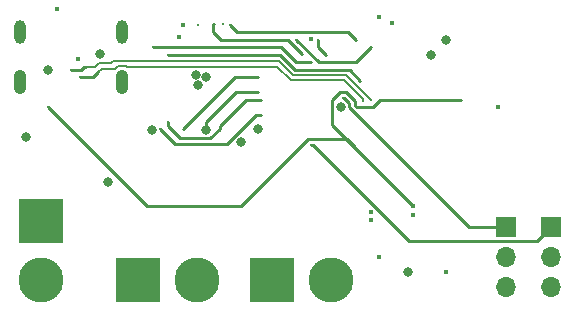
<source format=gbr>
G04 #@! TF.GenerationSoftware,KiCad,Pcbnew,(5.1.9)-1*
G04 #@! TF.CreationDate,2021-07-08T11:24:13-04:00*
G04 #@! TF.ProjectId,ESC_5A,4553435f-3541-42e6-9b69-6361645f7063,rev?*
G04 #@! TF.SameCoordinates,Original*
G04 #@! TF.FileFunction,Copper,L2,Inr*
G04 #@! TF.FilePolarity,Positive*
%FSLAX46Y46*%
G04 Gerber Fmt 4.6, Leading zero omitted, Abs format (unit mm)*
G04 Created by KiCad (PCBNEW (5.1.9)-1) date 2021-07-08 11:24:13*
%MOMM*%
%LPD*%
G01*
G04 APERTURE LIST*
G04 #@! TA.AperFunction,ComponentPad*
%ADD10O,1.700000X1.700000*%
G04 #@! TD*
G04 #@! TA.AperFunction,ComponentPad*
%ADD11R,1.700000X1.700000*%
G04 #@! TD*
G04 #@! TA.AperFunction,ComponentPad*
%ADD12C,3.800000*%
G04 #@! TD*
G04 #@! TA.AperFunction,ComponentPad*
%ADD13R,3.800000X3.800000*%
G04 #@! TD*
G04 #@! TA.AperFunction,ComponentPad*
%ADD14O,1.050000X2.100000*%
G04 #@! TD*
G04 #@! TA.AperFunction,ComponentPad*
%ADD15O,1.000000X2.000000*%
G04 #@! TD*
G04 #@! TA.AperFunction,ViaPad*
%ADD16C,0.400000*%
G04 #@! TD*
G04 #@! TA.AperFunction,ViaPad*
%ADD17C,0.800000*%
G04 #@! TD*
G04 #@! TA.AperFunction,ViaPad*
%ADD18C,0.200000*%
G04 #@! TD*
G04 #@! TA.AperFunction,Conductor*
%ADD19C,0.250000*%
G04 #@! TD*
G04 #@! TA.AperFunction,Conductor*
%ADD20C,0.200000*%
G04 #@! TD*
G04 APERTURE END LIST*
D10*
G04 #@! TO.N,GND*
G04 #@! TO.C,J6*
X173355000Y-161925000D03*
G04 #@! TO.N,+5V*
X173355000Y-159385000D03*
D11*
G04 #@! TO.N,PPM_2*
X173355000Y-156845000D03*
G04 #@! TD*
D12*
G04 #@! TO.N,GND*
G04 #@! TO.C,J5*
X130175000Y-161310000D03*
D13*
G04 #@! TO.N,PWR_IN*
X130175000Y-156310000D03*
G04 #@! TD*
D12*
G04 #@! TO.N,MotorB_Neg*
G04 #@! TO.C,J4*
X154760000Y-161290000D03*
D13*
G04 #@! TO.N,ADC_2*
X149760000Y-161290000D03*
G04 #@! TD*
D12*
G04 #@! TO.N,ADC_3*
G04 #@! TO.C,J3*
X143430000Y-161290000D03*
D13*
G04 #@! TO.N,ADC_1*
X138430000Y-161290000D03*
G04 #@! TD*
D10*
G04 #@! TO.N,GND*
G04 #@! TO.C,J2*
X169545000Y-161925000D03*
G04 #@! TO.N,+5V*
X169545000Y-159385000D03*
D11*
G04 #@! TO.N,PPM_1*
X169545000Y-156845000D03*
G04 #@! TD*
D14*
G04 #@! TO.N,GND*
G04 #@! TO.C,J1*
X137035000Y-144515000D03*
X128395000Y-144515000D03*
D15*
X137035000Y-140335000D03*
X128395000Y-140335000D03*
G04 #@! TD*
D16*
G04 #@! TO.N,NRST*
X168910000Y-146685000D03*
D17*
G04 #@! TO.N,GND*
X164465000Y-140970000D03*
X163195000Y-142240000D03*
X155575000Y-146685000D03*
X144145000Y-144145000D03*
X143310000Y-143945000D03*
D16*
X164465000Y-160655000D03*
D17*
X143470399Y-144819601D03*
D16*
X153073927Y-140901464D03*
D17*
X135192500Y-142177500D03*
X128905000Y-149225000D03*
D16*
G04 #@! TO.N,+3V3*
X158815000Y-159320000D03*
D17*
X161290000Y-160655000D03*
D16*
G04 #@! TO.N,+5V*
X161720000Y-155780000D03*
X161720000Y-155002000D03*
D18*
X165735000Y-146050000D03*
X130810000Y-146685000D03*
G04 #@! TO.N,TBLKAB*
X139700000Y-141605000D03*
X153030066Y-142879934D03*
D16*
G04 #@! TO.N,RGB_PWR*
X131505011Y-138369989D03*
G04 #@! TO.N,RGB_DATA*
X158774810Y-139040190D03*
G04 #@! TO.N,Net-(D2-Pad1)*
X158115000Y-155575000D03*
X158115000Y-156210000D03*
D18*
G04 #@! TO.N,CS_EEPROM*
X153670000Y-140970000D03*
X154305000Y-142240000D03*
G04 #@! TO.N,HBMODE*
X140970000Y-142240000D03*
X157216232Y-144408768D03*
G04 #@! TO.N,D+*
X157426268Y-146103732D03*
X133490000Y-144145000D03*
G04 #@! TO.N,D-*
X158115000Y-146050000D03*
X132715000Y-143510000D03*
D16*
G04 #@! TO.N,PWMB*
X159885191Y-139565191D03*
D18*
G04 #@! TO.N,PWMA*
X151796529Y-140938471D03*
X158115000Y-141605000D03*
G04 #@! TO.N,INB2*
X143513630Y-139696370D03*
G04 #@! TO.N,INB1*
X152245594Y-142130000D03*
X144845958Y-139594095D03*
G04 #@! TO.N,INA2*
X145580438Y-139592144D03*
G04 #@! TO.N,INA1*
X156845000Y-140970000D03*
X146190000Y-139726463D03*
D17*
G04 #@! TO.N,ADC_VREFB*
X147099154Y-149639154D03*
D18*
G04 #@! TO.N,ADC_VREFA*
X148590000Y-144145000D03*
D17*
X139559345Y-148603001D03*
G04 #@! TO.N,ADC_MUX_GND*
X144145000Y-148590000D03*
D18*
X148590000Y-145415000D03*
D16*
G04 #@! TO.N,LO2*
X141882398Y-140692602D03*
D18*
X140916268Y-147901268D03*
X148790001Y-146050000D03*
D16*
G04 #@! TO.N,LO1*
X142240000Y-139700000D03*
D18*
X140281268Y-148536268D03*
X148790001Y-147320000D03*
D17*
G04 #@! TO.N,Net-(J1-PadA5)*
X130810000Y-143510000D03*
D16*
G04 #@! TO.N,Net-(J1-PadB5)*
X133350000Y-142614990D03*
D17*
G04 #@! TO.N,MotorB_Neg*
X148590000Y-148522397D03*
D18*
G04 #@! TO.N,PPM_2*
X153035000Y-149860000D03*
G04 #@! TO.N,PPM_1*
X155782534Y-145912386D03*
D17*
G04 #@! TO.N,PWR*
X135890000Y-153035000D03*
G04 #@! TD*
D19*
G04 #@! TO.N,+5V*
X158892002Y-146050000D02*
X165735000Y-146050000D01*
X158313269Y-146628733D02*
X158892002Y-146050000D01*
X156880144Y-146628733D02*
X158313269Y-146628733D01*
X156750010Y-146498599D02*
X156880144Y-146628733D01*
X156750010Y-146102860D02*
X156750010Y-146498599D01*
X156034535Y-145387385D02*
X156750010Y-146102860D01*
X155530533Y-145387385D02*
X156034535Y-145387385D01*
X154849999Y-146067919D02*
X155530533Y-145387385D01*
X154849999Y-148131999D02*
X154849999Y-146067919D01*
X161720000Y-155002000D02*
X154849999Y-148131999D01*
X139127000Y-155002000D02*
X130810000Y-146685000D01*
X147115998Y-155002000D02*
X139127000Y-155002000D01*
X152782999Y-149334999D02*
X147115998Y-155002000D01*
X156052999Y-149334999D02*
X152782999Y-149334999D01*
X161720000Y-155002000D02*
X156052999Y-149334999D01*
G04 #@! TO.N,TBLKAB*
X151769934Y-142879934D02*
X153030066Y-142879934D01*
X150495000Y-141605000D02*
X151769934Y-142879934D01*
X139700000Y-141605000D02*
X150495000Y-141605000D01*
G04 #@! TO.N,CS_EEPROM*
X153670000Y-141605000D02*
X154305000Y-142240000D01*
X153670000Y-140970000D02*
X153670000Y-141605000D01*
G04 #@! TO.N,HBMODE*
X155575000Y-143510000D02*
X156210000Y-143510000D01*
X150403437Y-142240000D02*
X151673437Y-143510000D01*
X149858590Y-142240000D02*
X150403437Y-142240000D01*
X140970000Y-142240000D02*
X149858590Y-142240000D01*
X156317464Y-143510000D02*
X153670000Y-143510000D01*
X157216232Y-144408768D02*
X156317464Y-143510000D01*
X153670000Y-143510000D02*
X155575000Y-143510000D01*
X151673437Y-143510000D02*
X153670000Y-143510000D01*
D20*
G04 #@! TO.N,D+*
X157426268Y-146103732D02*
X157426268Y-145997665D01*
X157426268Y-145997665D02*
X155813604Y-144385001D01*
X155813604Y-144385001D02*
X151311001Y-144385001D01*
X151311001Y-144385001D02*
X150170999Y-143244999D01*
X150170999Y-143244999D02*
X137456739Y-143244999D01*
X137456739Y-143244999D02*
X137376730Y-143164990D01*
X137376730Y-143164990D02*
X136693270Y-143164990D01*
X136693270Y-143164990D02*
X136468261Y-143389999D01*
X136468261Y-143389999D02*
X135304999Y-143389999D01*
X135304999Y-143389999D02*
X134979999Y-143714999D01*
X134979999Y-143714999D02*
X134979999Y-143735000D01*
D19*
X134549998Y-144145000D02*
X133490000Y-144145000D01*
X134979999Y-143714999D02*
X134549998Y-144145000D01*
D20*
G04 #@! TO.N,D-*
X135118607Y-142940008D02*
X134773615Y-143285000D01*
X136091393Y-142940008D02*
X135118607Y-142940008D01*
X136316402Y-142714999D02*
X136091393Y-142940008D01*
X151497393Y-143935010D02*
X150357391Y-142795008D01*
X150357391Y-142795008D02*
X137643131Y-142795008D01*
X137643131Y-142795008D02*
X137563122Y-142714999D01*
X137563122Y-142714999D02*
X136316402Y-142714999D01*
X158115000Y-146050000D02*
X156000010Y-143935010D01*
X156000010Y-143935010D02*
X151497393Y-143935010D01*
X134773615Y-143285000D02*
X133985000Y-143285000D01*
D19*
X133608946Y-143510000D02*
X132715000Y-143510000D01*
X133833946Y-143285000D02*
X133608946Y-143510000D01*
X133985000Y-143285000D02*
X133833946Y-143285000D01*
G04 #@! TO.N,PWMA*
X156845000Y-142875000D02*
X158115000Y-141605000D01*
X151796529Y-140938471D02*
X153733058Y-142875000D01*
X155575000Y-142875000D02*
X156845000Y-142875000D01*
X153767596Y-142875000D02*
X155575000Y-142875000D01*
G04 #@! TO.N,INB1*
X152245594Y-142130000D02*
X151085594Y-140970000D01*
X151085594Y-140970000D02*
X145415000Y-140970000D01*
X145415000Y-140970000D02*
X144780000Y-140335000D01*
X144780000Y-139660053D02*
X144845958Y-139594095D01*
X144780000Y-140335000D02*
X144780000Y-139660053D01*
G04 #@! TO.N,INA1*
X156845000Y-140970000D02*
X156210000Y-140335000D01*
X156210000Y-140335000D02*
X147176227Y-140335000D01*
X146798537Y-140335000D02*
X146190000Y-139726463D01*
X147176227Y-140335000D02*
X146798537Y-140335000D01*
G04 #@! TO.N,ADC_VREFA*
X146617397Y-144145000D02*
X148590000Y-144145000D01*
X142240000Y-148522397D02*
X146617397Y-144145000D01*
G04 #@! TO.N,ADC_MUX_GND*
X144145000Y-148590000D02*
X144145000Y-147955000D01*
X144145000Y-147955000D02*
X146685000Y-145415000D01*
X146685000Y-145415000D02*
X148590000Y-145415000D01*
G04 #@! TO.N,LO2*
X147516998Y-146050000D02*
X148790001Y-146050000D01*
X145324999Y-148483003D02*
X145324999Y-148241999D01*
X144493001Y-149315001D02*
X145324999Y-148483003D01*
X141959602Y-149315001D02*
X144493001Y-149315001D01*
X145324999Y-148241999D02*
X147516998Y-146050000D01*
X140916268Y-148271667D02*
X141959602Y-149315001D01*
X140916268Y-147901268D02*
X140916268Y-148271667D01*
G04 #@! TO.N,LO1*
X148393002Y-147320000D02*
X148790001Y-147320000D01*
X145947991Y-149765011D02*
X148393002Y-147320000D01*
X141510011Y-149765011D02*
X145947991Y-149765011D01*
X140281268Y-148536268D02*
X141510011Y-149765011D01*
G04 #@! TO.N,PPM_2*
X153177002Y-149860000D02*
X153035000Y-149860000D01*
X161337003Y-158020001D02*
X153177002Y-149860000D01*
X172179999Y-158020001D02*
X161337003Y-158020001D01*
X173355000Y-156845000D02*
X172179999Y-158020001D01*
G04 #@! TO.N,PPM_1*
X169545000Y-156845000D02*
X166460001Y-156845000D01*
X166460001Y-156845000D02*
X156300001Y-146685000D01*
X155875388Y-145912386D02*
X155782534Y-145912386D01*
X156300001Y-146336999D02*
X155875388Y-145912386D01*
X156300001Y-146685000D02*
X156300001Y-146336999D01*
G04 #@! TD*
M02*

</source>
